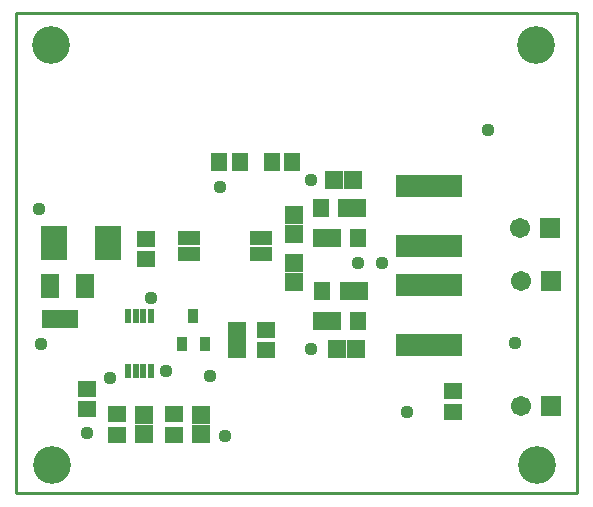
<source format=gts>
G04 Layer_Color=8388736*
%FSLAX44Y44*%
%MOMM*%
G71*
G01*
G75*
%ADD26C,0.2540*%
%ADD38R,0.8532X1.1532*%
%ADD39R,1.5532X1.3532*%
%ADD40R,1.4032X1.6032*%
%ADD41R,2.4032X1.6032*%
%ADD42R,0.6132X1.2232*%
%ADD43R,1.9332X1.2032*%
%ADD44R,2.2032X3.0032*%
%ADD45R,5.6032X1.9032*%
%ADD46R,1.5032X2.0032*%
%ADD47R,1.6032X1.5032*%
%ADD48R,1.3532X1.5532*%
%ADD49R,1.5032X1.6032*%
%ADD50C,1.7032*%
%ADD51R,1.7032X1.7032*%
%ADD52C,3.2032*%
%ADD53C,1.1176*%
D26*
X600000Y539750D02*
X1075690D01*
Y946150D01*
X600000D02*
X1075690D01*
X600000Y539750D02*
Y946150D01*
D38*
X750570Y689680D02*
D03*
X760070Y666680D02*
D03*
X741070D02*
D03*
D39*
X710750Y755500D02*
D03*
Y738000D02*
D03*
X734060Y606780D02*
D03*
Y589280D02*
D03*
X812000Y678500D02*
D03*
Y661000D02*
D03*
X685500Y589250D02*
D03*
Y606750D02*
D03*
X970000Y626500D02*
D03*
Y609000D02*
D03*
X660400Y611010D02*
D03*
Y628510D02*
D03*
D40*
X890270Y685800D02*
D03*
Y755650D02*
D03*
X858520Y781050D02*
D03*
X859790Y711200D02*
D03*
D41*
X863600Y685800D02*
D03*
Y755650D02*
D03*
X885190Y781050D02*
D03*
X886460Y711200D02*
D03*
D42*
X695100Y643750D02*
D03*
X701600D02*
D03*
X708100D02*
D03*
X714600D02*
D03*
Y689750D02*
D03*
X708100D02*
D03*
X701600D02*
D03*
X695100D02*
D03*
D43*
X746390Y756300D02*
D03*
Y742300D02*
D03*
X808090D02*
D03*
Y756300D02*
D03*
D44*
X632820Y751840D02*
D03*
X677820D02*
D03*
D45*
X949960Y665380D02*
D03*
Y716380D02*
D03*
Y800200D02*
D03*
Y749200D02*
D03*
D46*
X629390Y715010D02*
D03*
X658390D02*
D03*
D47*
X835660Y734440D02*
D03*
Y718440D02*
D03*
X787400Y661670D02*
D03*
Y677670D02*
D03*
X757250Y590000D02*
D03*
Y606000D02*
D03*
X708660Y590170D02*
D03*
Y606170D02*
D03*
X835660Y759080D02*
D03*
Y775080D02*
D03*
D48*
X789940Y820420D02*
D03*
X772440D02*
D03*
X834250D02*
D03*
X816750D02*
D03*
D49*
X869570Y805180D02*
D03*
X885570D02*
D03*
X645540Y687070D02*
D03*
X629540D02*
D03*
X872110Y661670D02*
D03*
X888110D02*
D03*
D50*
X1027350Y764750D02*
D03*
X1027750Y613710D02*
D03*
X1027600Y720000D02*
D03*
D51*
X1052750Y764750D02*
D03*
X1053150Y613710D02*
D03*
X1053000Y720000D02*
D03*
D52*
X1040230Y919730D02*
D03*
X1041400Y563880D02*
D03*
X631190D02*
D03*
X629920Y919480D02*
D03*
D53*
X1000360Y847160D02*
D03*
X1023220Y666820D02*
D03*
X764750Y639500D02*
D03*
X772750Y799250D02*
D03*
X660500Y591000D02*
D03*
X931250Y609000D02*
D03*
X890270Y734500D02*
D03*
X910000D02*
D03*
X680250Y637750D02*
D03*
X727500Y643500D02*
D03*
X777000Y588500D02*
D03*
X619750Y780750D02*
D03*
X621750Y666000D02*
D03*
X714750Y705250D02*
D03*
X850500Y661670D02*
D03*
Y805250D02*
D03*
M02*

</source>
